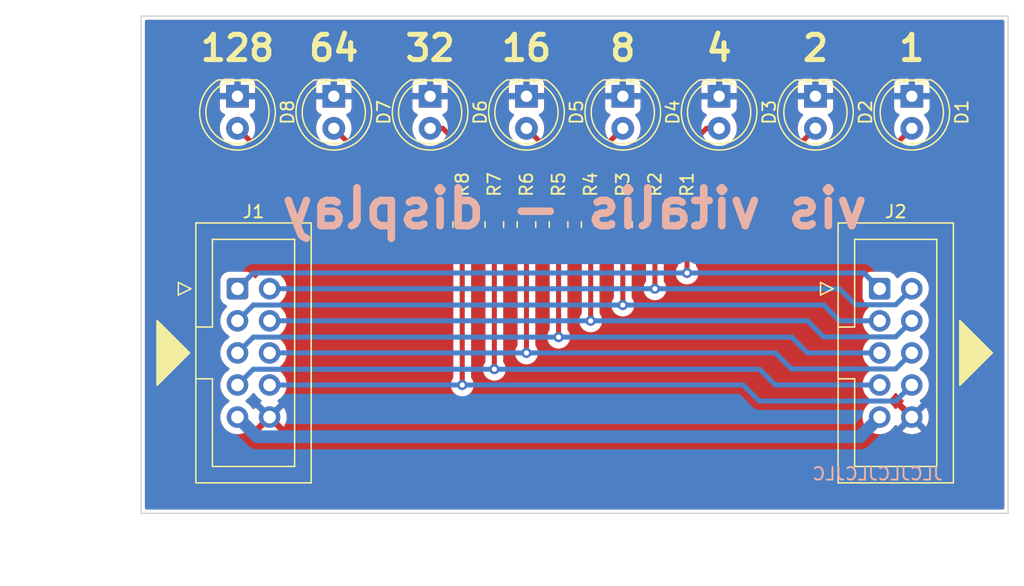
<source format=kicad_pcb>
(kicad_pcb (version 20240108) (generator "pcbnew") (generator_version "8.0")
  (layers (0 "F.Cu" signal) (31 "B.Cu" signal) (34 "B.Paste" user) (35 "F.Paste" user) (36 "B.SilkS" user "B.Silkscreen") (37 "F.SilkS" user "F.Silkscreen") (38 "B.Mask" user) (39 "F.Mask" user) (44 "Edge.Cuts" user))
  (net 0 "")
  (net 1 "Net-(D1-A)")
  (net 2 "Net-(D2-A)")
  (net 3 "Net-(D3-A)")
  (net 4 "Net-(D4-A)")
  (net 5 "VCC")
  (net 6 "GND")
  (net 7 "Net-(D5-A)")
  (net 8 "Net-(D6-A)")
  (net 9 "Net-(D7-A)")
  (net 10 "Net-(D8-A)")
  (net 11 "Net-(J1-Pin_1)")
  (net 12 "Net-(J1-Pin_2)")
  (net 13 "Net-(J1-Pin_3)")
  (net 14 "Net-(J1-Pin_4)")
  (net 15 "Net-(J1-Pin_5)")
  (net 16 "Net-(J1-Pin_6)")
  (net 17 "Net-(J1-Pin_7)")
  (net 18 "Net-(J1-Pin_8)")
  (footprint "LED_THT:LED_D5.0mm_Clear" (layer "F.Cu") (at 175.26 93.98 -90)
    (property "Reference" "D3" (at 1.27 -3.96 90) (layer "F.SilkS"))
    (property "Value" "LED")
    (fp_line (start -1.29 -1.545) (end -1.29 1.545) (stroke (width 0.12)) (layer "F.SilkS"))
    (fp_arc (start 4.26 -0.000462) (mid 2.072002 2.880433) (end -1.29 1.54483) (stroke (width 0.12)) (layer "F.SilkS"))
    (fp_arc (start -1.29 -1.54483) (mid 2.072002 -2.880433) (end 4.26 0.000462) (stroke (width 0.12)) (layer "F.SilkS"))
    (fp_circle (center 1.27 0) (end 3.77 0) (stroke (width 0.12)) (fill none) (layer "F.SilkS"))
    (pad "1" thru_hole rect (at 0 0 270) (size 1.8 1.8) (drill 0.9) (layers "*.Cu" "*.Mask") (net 6 "GND"))
    (pad "2" thru_hole circle (at 2.54 0 270) (size 1.8 1.8) (drill 0.9) (layers "*.Cu" "*.Mask") (net 3 "Net-(D3-A)"))
  )
  (footprint "Resistor_SMD:R_0805_2012Metric_Pad1.20x1.40mm_HandSolder" (layer "F.Cu") (at 167.64 104.14 90)
    (property "Reference" "R3" (at 3.175 0 90) (layer "F.SilkS"))
    (property "Value" "R")
    (fp_line (start -0.227064 -0.735) (end 0.227064 -0.735) (stroke (width 0.12)) (layer "F.SilkS"))
    (fp_line (start -0.227064 0.735) (end 0.227064 0.735) (stroke (width 0.12)) (layer "F.SilkS"))
    (pad "1" smd roundrect (at -1 0 90) (size 1.2 1.4) (layers "F.Cu" "F.Paste" "F.Mask") (roundrect_rratio 0.208333) (net 13 "Net-(J1-Pin_3)"))
    (pad "2" smd roundrect (at 1 0 90) (size 1.2 1.4) (layers "F.Cu" "F.Paste" "F.Mask") (roundrect_rratio 0.208333) (net 3 "Net-(D3-A)"))
  )
  (footprint "LED_THT:LED_D5.0mm_Clear" (layer "F.Cu") (at 152.4 93.98 -90)
    (property "Reference" "D6" (at 1.27 -3.96 90) (layer "F.SilkS"))
    (property "Value" "LED")
    (fp_line (start -1.29 -1.545) (end -1.29 1.545) (stroke (width 0.12)) (layer "F.SilkS"))
    (fp_arc (start 4.26 -0.000462) (mid 2.072002 2.880433) (end -1.29 1.54483) (stroke (width 0.12)) (layer "F.SilkS"))
    (fp_arc (start -1.29 -1.54483) (mid 2.072002 -2.880433) (end 4.26 0.000462) (stroke (width 0.12)) (layer "F.SilkS"))
    (fp_circle (center 1.27 0) (end 3.77 0) (stroke (width 0.12)) (fill none) (layer "F.SilkS"))
    (pad "1" thru_hole rect (at 0 0 270) (size 1.8 1.8) (drill 0.9) (layers "*.Cu" "*.Mask") (net 6 "GND"))
    (pad "2" thru_hole circle (at 2.54 0 270) (size 1.8 1.8) (drill 0.9) (layers "*.Cu" "*.Mask") (net 8 "Net-(D6-A)"))
  )
  (footprint "LED_THT:LED_D5.0mm_Clear" (layer "F.Cu") (at 144.78 93.98 -90)
    (property "Reference" "D7" (at 1.27 -3.96 90) (layer "F.SilkS"))
    (property "Value" "LED")
    (fp_line (start -1.29 -1.545) (end -1.29 1.545) (stroke (width 0.12)) (layer "F.SilkS"))
    (fp_arc (start 4.26 -0.000462) (mid 2.072002 2.880433) (end -1.29 1.54483) (stroke (width 0.12)) (layer "F.SilkS"))
    (fp_arc (start -1.29 -1.54483) (mid 2.072002 -2.880433) (end 4.26 0.000462) (stroke (width 0.12)) (layer "F.SilkS"))
    (fp_circle (center 1.27 0) (end 3.77 0) (stroke (width 0.12)) (fill none) (layer "F.SilkS"))
    (pad "1" thru_hole rect (at 0 0 270) (size 1.8 1.8) (drill 0.9) (layers "*.Cu" "*.Mask") (net 6 "GND"))
    (pad "2" thru_hole circle (at 2.54 0 270) (size 1.8 1.8) (drill 0.9) (layers "*.Cu" "*.Mask") (net 9 "Net-(D7-A)"))
  )
  (footprint "LED_THT:LED_D5.0mm_Clear" (layer "F.Cu") (at 167.64 93.98 -90)
    (property "Reference" "D4" (at 1.27 -3.96 90) (layer "F.SilkS"))
    (property "Value" "LED")
    (fp_line (start -1.29 -1.545) (end -1.29 1.545) (stroke (width 0.12)) (layer "F.SilkS"))
    (fp_arc (start 4.26 -0.000462) (mid 2.072002 2.880433) (end -1.29 1.54483) (stroke (width 0.12)) (layer "F.SilkS"))
    (fp_arc (start -1.29 -1.54483) (mid 2.072002 -2.880433) (end 4.26 0.000462) (stroke (width 0.12)) (layer "F.SilkS"))
    (fp_circle (center 1.27 0) (end 3.77 0) (stroke (width 0.12)) (fill none) (layer "F.SilkS"))
    (pad "1" thru_hole rect (at 0 0 270) (size 1.8 1.8) (drill 0.9) (layers "*.Cu" "*.Mask") (net 6 "GND"))
    (pad "2" thru_hole circle (at 2.54 0 270) (size 1.8 1.8) (drill 0.9) (layers "*.Cu" "*.Mask") (net 4 "Net-(D4-A)"))
  )
  (footprint "Resistor_SMD:R_0805_2012Metric_Pad1.20x1.40mm_HandSolder" (layer "F.Cu") (at 154.94 104.14 90)
    (property "Reference" "R8" (at 3.175 0 90) (layer "F.SilkS"))
    (property "Value" "R")
    (fp_line (start -0.227064 -0.735) (end 0.227064 -0.735) (stroke (width 0.12)) (layer "F.SilkS"))
    (fp_line (start -0.227064 0.735) (end 0.227064 0.735) (stroke (width 0.12)) (layer "F.SilkS"))
    (pad "1" smd roundrect (at -1 0 90) (size 1.2 1.4) (layers "F.Cu" "F.Paste" "F.Mask") (roundrect_rratio 0.208333) (net 18 "Net-(J1-Pin_8)"))
    (pad "2" smd roundrect (at 1 0 90) (size 1.2 1.4) (layers "F.Cu" "F.Paste" "F.Mask") (roundrect_rratio 0.208333) (net 10 "Net-(D8-A)"))
  )
  (footprint "Resistor_SMD:R_0805_2012Metric_Pad1.20x1.40mm_HandSolder" (layer "F.Cu") (at 170.18 104.14 90)
    (property "Reference" "R2" (at 3.175 0 90) (layer "F.SilkS"))
    (property "Value" "R")
    (fp_line (start -0.227064 -0.735) (end 0.227064 -0.735) (stroke (width 0.12)) (layer "F.SilkS"))
    (fp_line (start -0.227064 0.735) (end 0.227064 0.735) (stroke (width 0.12)) (layer "F.SilkS"))
    (pad "1" smd roundrect (at -1 0 90) (size 1.2 1.4) (layers "F.Cu" "F.Paste" "F.Mask") (roundrect_rratio 0.208333) (net 12 "Net-(J1-Pin_2)"))
    (pad "2" smd roundrect (at 1 0 90) (size 1.2 1.4) (layers "F.Cu" "F.Paste" "F.Mask") (roundrect_rratio 0.208333) (net 2 "Net-(D2-A)"))
  )
  (footprint "LED_THT:LED_D5.0mm_Clear" (layer "F.Cu") (at 160.02 93.98 -90)
    (property "Reference" "D5" (at 1.27 -3.96 90) (layer "F.SilkS"))
    (property "Value" "LED")
    (fp_line (start -1.29 -1.545) (end -1.29 1.545) (stroke (width 0.12)) (layer "F.SilkS"))
    (fp_arc (start 4.26 -0.000462) (mid 2.072002 2.880433) (end -1.29 1.54483) (stroke (width 0.12)) (layer "F.SilkS"))
    (fp_arc (start -1.29 -1.54483) (mid 2.072002 -2.880433) (end 4.26 0.000462) (stroke (width 0.12)) (layer "F.SilkS"))
    (fp_circle (center 1.27 0) (end 3.77 0) (stroke (width 0.12)) (fill none) (layer "F.SilkS"))
    (pad "1" thru_hole rect (at 0 0 270) (size 1.8 1.8) (drill 0.9) (layers "*.Cu" "*.Mask") (net 6 "GND"))
    (pad "2" thru_hole circle (at 2.54 0 270) (size 1.8 1.8) (drill 0.9) (layers "*.Cu" "*.Mask") (net 7 "Net-(D5-A)"))
  )
  (footprint "LED_THT:LED_D5.0mm_Clear" (layer "F.Cu") (at 190.5 93.98 -90)
    (property "Reference" "D1" (at 1.27 -3.96 90) (layer "F.SilkS"))
    (property "Value" "LED")
    (fp_line (start -1.29 -1.545) (end -1.29 1.545) (stroke (width 0.12)) (layer "F.SilkS"))
    (fp_arc (start 4.26 -0.000462) (mid 2.072002 2.880433) (end -1.29 1.54483) (stroke (width 0.12)) (layer "F.SilkS"))
    (fp_arc (start -1.29 -1.54483) (mid 2.072002 -2.880433) (end 4.26 0.000462) (stroke (width 0.12)) (layer "F.SilkS"))
    (fp_circle (center 1.27 0) (end 3.77 0) (stroke (width 0.12)) (fill none) (layer "F.SilkS"))
    (pad "1" thru_hole rect (at 0 0 270) (size 1.8 1.8) (drill 0.9) (layers "*.Cu" "*.Mask") (net 6 "GND"))
    (pad "2" thru_hole circle (at 2.54 0 270) (size 1.8 1.8) (drill 0.9) (layers "*.Cu" "*.Mask") (net 1 "Net-(D1-A)"))
  )
  (footprint "Resistor_SMD:R_0805_2012Metric_Pad1.20x1.40mm_HandSolder" (layer "F.Cu") (at 165.1 104.14 90)
    (property "Reference" "R4" (at 3.175 0 90) (layer "F.SilkS"))
    (property "Value" "R")
    (fp_line (start -0.227064 -0.735) (end 0.227064 -0.735) (stroke (width 0.12)) (layer "F.SilkS"))
    (fp_line (start -0.227064 0.735) (end 0.227064 0.735) (stroke (width 0.12)) (layer "F.SilkS"))
    (pad "1" smd roundrect (at -1 0 90) (size 1.2 1.4) (layers "F.Cu" "F.Paste" "F.Mask") (roundrect_rratio 0.208333) (net 14 "Net-(J1-Pin_4)"))
    (pad "2" smd roundrect (at 1 0 90) (size 1.2 1.4) (layers "F.Cu" "F.Paste" "F.Mask") (roundrect_rratio 0.208333) (net 4 "Net-(D4-A)"))
  )
  (footprint "Connector_IDC:IDC-Header_2x05_P2.54mm_Vertical" (layer "F.Cu") (at 137.16 109.22)
    (property "Reference" "J1" (at 1.27 -6.1 0) (layer "F.SilkS"))
    (property "Value" "BHR-10-VUA" (hide yes))
    (fp_line (start -4.68 -0.5) (end -4.68 0.5) (stroke (width 0.12)) (layer "F.SilkS"))
    (fp_line (start -4.68 0.5) (end -3.68 0) (stroke (width 0.12)) (layer "F.SilkS"))
    (fp_line (start -3.68 0) (end -4.68 -0.5) (stroke (width 0.12)) (layer "F.SilkS"))
    (fp_line (start -3.29 -5.21) (end 5.83 -5.21) (stroke (width 0.12)) (layer "F.SilkS"))
    (fp_line (start -3.29 3.03) (end -1.98 3.03) (stroke (width 0.12)) (layer "F.SilkS"))
    (fp_line (start -3.29 15.37) (end -3.29 -5.21) (stroke (width 0.12)) (layer "F.SilkS"))
    (fp_line (start -1.98 -3.91) (end 4.52 -3.91) (stroke (width 0.12)) (layer "F.SilkS"))
    (fp_line (start -1.98 3.03) (end -1.98 -3.91) (stroke (width 0.12)) (layer "F.SilkS"))
    (fp_line (start -1.98 7.13) (end -3.29 7.13) (stroke (width 0.12)) (layer "F.SilkS"))
    (fp_line (start -1.98 7.13) (end -1.98 7.13) (stroke (width 0.12)) (layer "F.SilkS"))
    (fp_line (start -1.98 14.07) (end -1.98 7.13) (stroke (width 0.12)) (layer "F.SilkS"))
    (fp_line (start 4.52 -3.91) (end 4.52 14.07) (stroke (width 0.12)) (layer "F.SilkS"))
    (fp_line (start 4.52 14.07) (end -1.98 14.07) (stroke (width 0.12)) (layer "F.SilkS"))
    (fp_line (start 5.83 -5.21) (end 5.83 15.37) (stroke (width 0.12)) (layer "F.SilkS"))
    (fp_line (start 5.83 15.37) (end -3.29 15.37) (stroke (width 0.12)) (layer "F.SilkS"))
    (pad "1" thru_hole roundrect (at 0 0) (size 1.7 1.7) (drill 1) (layers "*.Cu" "*.Mask") (roundrect_rratio 0.147059) (net 11 "Net-(J1-Pin_1)"))
    (pad "2" thru_hole circle (at 2.54 0) (size 1.7 1.7) (drill 1) (layers "*.Cu" "*.Mask") (net 12 "Net-(J1-Pin_2)"))
    (pad "3" thru_hole circle (at 0 2.54) (size 1.7 1.7) (drill 1) (layers "*.Cu" "*.Mask") (net 13 "Net-(J1-Pin_3)"))
    (pad "4" thru_hole circle (at 2.54 2.54) (size 1.7 1.7) (drill 1) (layers "*.Cu" "*.Mask") (net 14 "Net-(J1-Pin_4)"))
    (pad "5" thru_hole circle (at 0 5.08) (size 1.7 1.7) (drill 1) (layers "*.Cu" "*.Mask") (net 15 "Net-(J1-Pin_5)"))
    (pad "6" thru_hole circle (at 2.54 5.08) (size 1.7 1.7) (drill 1) (layers "*.Cu" "*.Mask") (net 16 "Net-(J1-Pin_6)"))
    (pad "7" thru_hole circle (at 0 7.62) (size 1.7 1.7) (drill 1) (layers "*.Cu" "*.Mask") (net 17 "Net-(J1-Pin_7)"))
    (pad "8" thru_hole circle (at 2.54 7.62) (size 1.7 1.7) (drill 1) (layers "*.Cu" "*.Mask") (net 18 "Net-(J1-Pin_8)"))
    (pad "9" thru_hole circle (at 0 10.16) (size 1.7 1.7) (drill 1) (layers "*.Cu" "*.Mask") (net 5 "VCC"))
    (pad "10" thru_hole circle (at 2.54 10.16) (size 1.7 1.7) (drill 1) (layers "*.Cu" "*.Mask") (net 6 "GND"))
  )
  (footprint "Resistor_SMD:R_0805_2012Metric_Pad1.20x1.40mm_HandSolder" (layer "F.Cu") (at 157.48 104.14 90)
    (property "Reference" "R7" (at 3.175 0 90) (layer "F.SilkS"))
    (property "Value" "R")
    (fp_line (start -0.227064 -0.735) (end 0.227064 -0.735) (stroke (width 0.12)) (layer "F.SilkS"))
    (fp_line (start -0.227064 0.735) (end 0.227064 0.735) (stroke (width 0.12)) (layer "F.SilkS"))
    (pad "1" smd roundrect (at -1 0 90) (size 1.2 1.4) (layers "F.Cu" "F.Paste" "F.Mask") (roundrect_rratio 0.208333) (net 17 "Net-(J1-Pin_7)"))
    (pad "2" smd roundrect (at 1 0 90) (size 1.2 1.4) (layers "F.Cu" "F.Paste" "F.Mask") (roundrect_rratio 0.208333) (net 9 "Net-(D7-A)"))
  )
  (footprint "LED_THT:LED_D5.0mm_Clear" (layer "F.Cu") (at 182.88 93.98 -90)
    (property "Reference" "D2" (at 1.27 -3.96 90) (layer "F.SilkS"))
    (property "Value" "LED")
    (fp_line (start -1.29 -1.545) (end -1.29 1.545) (stroke (width 0.12)) (layer "F.SilkS"))
    (fp_arc (start 4.26 -0.000462) (mid 2.072002 2.880433) (end -1.29 1.54483) (stroke (width 0.12)) (layer "F.SilkS"))
    (fp_arc (start -1.29 -1.54483) (mid 2.072002 -2.880433) (end 4.26 0.000462) (stroke (width 0.12)) (layer "F.SilkS"))
    (fp_circle (center 1.27 0) (end 3.77 0) (stroke (width 0.12)) (fill none) (layer "F.SilkS"))
    (pad "1" thru_hole rect (at 0 0 270) (size 1.8 1.8) (drill 0.9) (layers "*.Cu" "*.Mask") (net 6 "GND"))
    (pad "2" thru_hole circle (at 2.54 0 270) (size 1.8 1.8) (drill 0.9) (layers "*.Cu" "*.Mask") (net 2 "Net-(D2-A)"))
  )
  (footprint "Resistor_SMD:R_0805_2012Metric_Pad1.20x1.40mm_HandSolder" (layer "F.Cu") (at 172.72 104.14 90)
    (property "Reference" "R1" (at 3.175 0 90) (layer "F.SilkS"))
    (property "Value" "R")
    (fp_line (start -0.227064 -0.735) (end 0.227064 -0.735) (stroke (width 0.12)) (layer "F.SilkS"))
    (fp_line (start -0.227064 0.735) (end 0.227064 0.735) (stroke (width 0.12)) (layer "F.SilkS"))
    (pad "1" smd roundrect (at -1 0 90) (size 1.2 1.4) (layers "F.Cu" "F.Paste" "F.Mask") (roundrect_rratio 0.208333) (net 11 "Net-(J1-Pin_1)"))
    (pad "2" smd roundrect (at 1 0 90) (size 1.2 1.4) (layers "F.Cu" "F.Paste" "F.Mask") (roundrect_rratio 0.208333) (net 1 "Net-(D1-A)"))
  )
  (footprint "LED_THT:LED_D5.0mm_Clear" (layer "F.Cu") (at 137.16 93.98 -90)
    (property "Reference" "D8" (at 1.27 -3.96 90) (layer "F.SilkS"))
    (property "Value" "LED")
    (fp_line (start -1.29 -1.545) (end -1.29 1.545) (stroke (width 0.12)) (layer "F.SilkS"))
    (fp_arc (start 4.26 -0.000462) (mid 2.072002 2.880433) (end -1.29 1.54483) (stroke (width 0.12)) (layer "F.SilkS"))
    (fp_arc (start -1.29 -1.54483) (mid 2.072002 -2.880433) (end 4.26 0.000462) (stroke (width 0.12)) (layer "F.SilkS"))
    (fp_circle (center 1.27 0) (end 3.77 0) (stroke (width 0.12)) (fill none) (layer "F.SilkS"))
    (pad "1" thru_hole rect (at 0 0 270) (size 1.8 1.8) (drill 0.9) (layers "*.Cu" "*.Mask") (net 6 "GND"))
    (pad "2" thru_hole circle (at 2.54 0 270) (size 1.8 1.8) (drill 0.9) (layers "*.Cu" "*.Mask") (net 10 "Net-(D8-A)"))
  )
  (footprint "Resistor_SMD:R_0805_2012Metric_Pad1.20x1.40mm_HandSolder" (layer "F.Cu") (at 160.02 104.14 90)
    (property "Reference" "R6" (at 3.175 0 90) (layer "F.SilkS"))
    (property "Value" "R")
    (fp_line (start -0.227064 -0.735) (end 0.227064 -0.735) (stroke (width 0.12)) (layer "F.SilkS"))
    (fp_line (start -0.227064 0.735) (end 0.227064 0.735) (stroke (width 0.12)) (layer "F.SilkS"))
    (pad "1" smd roundrect (at -1 0 90) (size 1.2 1.4) (layers "F.Cu" "F.Paste" "F.Mask") (roundrect_rratio 0.208333) (net 16 "Net-(J1-Pin_6)"))
    (pad "2" smd roundrect (at 1 0 90) (size 1.2 1.4) (layers "F.Cu" "F.Paste" "F.Mask") (roundrect_rratio 0.208333) (net 8 "Net-(D6-A)"))
  )
  (footprint "Resistor_SMD:R_0805_2012Metric_Pad1.20x1.40mm_HandSolder" (layer "F.Cu") (at 162.56 104.14 90)
    (property "Reference" "R5" (at 3.175 0 90) (layer "F.SilkS"))
    (property "Value" "R")
    (fp_line (start -0.227064 -0.735) (end 0.227064 -0.735) (stroke (width 0.12)) (layer "F.SilkS"))
    (fp_line (start -0.227064 0.735) (end 0.227064 0.735) (stroke (width 0.12)) (layer "F.SilkS"))
    (pad "1" smd roundrect (at -1 0 90) (size 1.2 1.4) (layers "F.Cu" "F.Paste" "F.Mask") (roundrect_rratio 0.208333) (net 15 "Net-(J1-Pin_5)"))
    (pad "2" smd roundrect (at 1 0 90) (size 1.2 1.4) (layers "F.Cu" "F.Paste" "F.Mask") (roundrect_rratio 0.208333) (net 7 "Net-(D5-A)"))
  )
  (footprint "Connector_IDC:IDC-Header_2x05_P2.54mm_Vertical" (layer "F.Cu") (at 187.96 109.22)
    (property "Reference" "J2" (at 1.27 -6.1 0) (layer "F.SilkS"))
    (property "Value" "BHR-10-VUA")
    (fp_line (start -4.68 -0.5) (end -4.68 0.5) (stroke (width 0.12)) (layer "F.SilkS"))
    (fp_line (start -4.68 0.5) (end -3.68 0) (stroke (width 0.12)) (layer "F.SilkS"))
    (fp_line (start -3.68 0) (end -4.68 -0.5) (stroke (width 0.12)) (layer "F.SilkS"))
    (fp_line (start -3.29 -5.21) (end 5.83 -5.21) (stroke (width 0.12)) (layer "F.SilkS"))
    (fp_line (start -3.29 3.03) (end -1.98 3.03) (stroke (width 0.12)) (layer "F.SilkS"))
    (fp_line (start -3.29 15.37) (end -3.29 -5.21) (stroke (width 0.12)) (layer "F.SilkS"))
    (fp_line (start -1.98 -3.91) (end 4.52 -3.91) (stroke (width 0.12)) (layer "F.SilkS"))
    (fp_line (start -1.98 3.03) (end -1.98 -3.91) (stroke (width 0.12)) (layer "F.SilkS"))
    (fp_line (start -1.98 7.13) (end -3.29 7.13) (stroke (width 0.12)) (layer "F.SilkS"))
    (fp_line (start -1.98 7.13) (end -1.98 7.13) (stroke (width 0.12)) (layer "F.SilkS"))
    (fp_line (start -1.98 14.07) (end -1.98 7.13) (stroke (width 0.12)) (layer "F.SilkS"))
    (fp_line (start 4.52 -3.91) (end 4.52 14.07) (stroke (width 0.12)) (layer "F.SilkS"))
    (fp_line (start 4.52 14.07) (end -1.98 14.07) (stroke (width 0.12)) (layer "F.SilkS"))
    (fp_line (start 5.83 -5.21) (end 5.83 15.37) (stroke (width 0.12)) (layer "F.SilkS"))
    (fp_line (start 5.83 15.37) (end -3.29 15.37) (stroke (width 0.12)) (layer "F.SilkS"))
    (pad "1" thru_hole roundrect (at 0 0) (size 1.7 1.7) (drill 1) (layers "*.Cu" "*.Mask") (roundrect_rratio 0.147059) (net 11 "Net-(J1-Pin_1)"))
    (pad "2" thru_hole circle (at 2.54 0) (size 1.7 1.7) (drill 1) (layers "*.Cu" "*.Mask") (net 12 "Net-(J1-Pin_2)"))
    (pad "3" thru_hole circle (at 0 2.54) (size 1.7 1.7) (drill 1) (layers "*.Cu" "*.Mask") (net 13 "Net-(J1-Pin_3)"))
    (pad "4" thru_hole circle (at 2.54 2.54) (size 1.7 1.7) (drill 1) (layers "*.Cu" "*.Mask") (net 14 "Net-(J1-Pin_4)"))
    (pad "5" thru_hole circle (at 0 5.08) (size 1.7 1.7) (drill 1) (layers "*.Cu" "*.Mask") (net 15 "Net-(J1-Pin_5)"))
    (pad "6" thru_hole circle (at 2.54 5.08) (size 1.7 1.7) (drill 1) (layers "*.Cu" "*.Mask") (net 16 "Net-(J1-Pin_6)"))
    (pad "7" thru_hole circle (at 0 7.62) (size 1.7 1.7) (drill 1) (layers "*.Cu" "*.Mask") (net 17 "Net-(J1-Pin_7)"))
    (pad "8" thru_hole circle (at 2.54 7.62) (size 1.7 1.7) (drill 1) (layers "*.Cu" "*.Mask") (net 18 "Net-(J1-Pin_8)"))
    (pad "9" thru_hole circle (at 0 10.16) (size 1.7 1.7) (drill 1) (layers "*.Cu" "*.Mask") (net 5 "VCC"))
    (pad "10" thru_hole circle (at 2.54 10.16) (size 1.7 1.7) (drill 1) (layers "*.Cu" "*.Mask") (net 6 "GND"))
  )
  (gr_poly (pts (xy 133.35 114.3) (xy 130.81 111.76) (xy 130.81 116.84)) (stroke (width 0.15)) (fill solid) (layer "F.SilkS"))
  (gr_poly (pts (xy 196.85 114.3) (xy 194.31 111.76) (xy 194.31 116.84)) (stroke (width 0.15)) (fill solid) (layer "F.SilkS"))
  (gr_line (start 198.12 127) (end 129.54 127) (stroke (width 0.1)) (layer "Edge.Cuts"))
  (gr_line (start 129.54 87.63) (end 198.12 87.63) (stroke (width 0.1)) (layer "Edge.Cuts"))
  (gr_line (start 129.54 127) (end 129.54 87.63) (stroke (width 0.1)) (layer "Edge.Cuts"))
  (gr_line (start 198.12 87.63) (end 198.12 127) (stroke (width 0.1)) (layer "Edge.Cuts"))
  (gr_text "vis vitalis - display" (at 163.83 102.87 0) (layer "B.SilkS") (effects (font (size 3 3) (thickness 0.6) (bold yes)) (justify mirror)))
  (gr_text "JLCJLCJLCJLC" (at 193.04 124.46 0) (layer "B.SilkS") (effects (font (size 1 1)) (justify left bottom mirror)))
  (gr_text "8" (at 167.64 90.17 0) (layer "F.SilkS") (effects (font (size 2 2) (thickness 0.4) (bold yes))))
  (gr_text "16" (at 160.02 90.17 0) (layer "F.SilkS") (effects (font (size 2 2) (thickness 0.4) (bold yes))))
  (gr_text "128" (at 137.16 90.17 0) (layer "F.SilkS") (effects (font (size 2 2) (thickness 0.4) (bold yes))))
  (gr_text "1" (at 190.5 90.17 0) (layer "F.SilkS") (effects (font (size 2 2) (thickness 0.4) (bold yes))))
  (gr_text "64" (at 144.78 90.17 0) (layer "F.SilkS") (effects (font (size 2 2) (thickness 0.4) (bold yes))))
  (gr_text "4" (at 175.26 90.17 0) (layer "F.SilkS") (effects (font (size 2 2) (thickness 0.4) (bold yes))))
  (gr_text "32" (at 152.4 90.17 0) (layer "F.SilkS") (effects (font (size 2 2) (thickness 0.4) (bold yes))))
  (gr_text "2" (at 182.88 90.17 0) (layer "F.SilkS") (effects (font (size 2 2) (thickness 0.4) (bold yes))))
  (segment (start 172.72 103.14) (end 172.72 102.87) (width 0.4) (layer "F.Cu") (net 1))
  (segment (start 172.72 102.87) (end 175.26 100.33) (width 0.4) (layer "F.Cu") (net 1))
  (segment (start 175.26 100.33) (end 186.69 100.33) (width 0.4) (layer "F.Cu") (net 1))
  (segment (start 186.69 100.33) (end 190.5 96.52) (width 0.4) (layer "F.Cu") (net 1))
  (segment (start 173.99 99.06) (end 180.34 99.06) (width 0.4) (layer "F.Cu") (net 2))
  (segment (start 170.18 102.87) (end 173.99 99.06) (width 0.4) (layer "F.Cu") (net 2))
  (segment (start 180.34 99.06) (end 182.88 96.52) (width 0.4) (layer "F.Cu") (net 2))
  (segment (start 170.18 103.14) (end 170.18 102.87) (width 0.4) (layer "F.Cu") (net 2))
  (segment (start 174.26 96.52) (end 175.26 96.52) (width 0.4) (layer "F.Cu") (net 3))
  (segment (start 167.64 103.14) (end 174.26 96.52) (width 0.4) (layer "F.Cu") (net 3))
  (segment (start 165.1 99.06) (end 167.64 96.52) (width 0.4) (layer "F.Cu") (net 4))
  (segment (start 165.1 103.14) (end 165.1 99.06) (width 0.4) (layer "F.Cu") (net 4))
  (segment (start 138.71 120.93) (end 186.41 120.93) (width 1) (layer "B.Cu") (net 5))
  (segment (start 186.41 120.93) (end 187.96 119.38) (width 1) (layer "B.Cu") (net 5))
  (segment (start 137.16 119.38) (end 138.71 120.93) (width 1) (layer "B.Cu") (net 5))
  (segment (start 162.56 99.06) (end 160.02 96.52) (width 0.4) (layer "F.Cu") (net 7))
  (segment (start 162.56 103.14) (end 162.56 99.06) (width 0.4) (layer "F.Cu") (net 7))
  (segment (start 160.02 103.14) (end 153.4 96.52) (width 0.4) (layer "F.Cu") (net 8))
  (segment (start 153.4 96.52) (end 152.4 96.52) (width 0.4) (layer "F.Cu") (net 8))
  (segment (start 147.32 99.06) (end 144.78 96.52) (width 0.4) (layer "F.Cu") (net 9))
  (segment (start 153.4 99.06) (end 147.32 99.06) (width 0.4) (layer "F.Cu") (net 9))
  (segment (start 157.48 103.14) (end 153.4 99.06) (width 0.4) (layer "F.Cu") (net 9))
  (segment (start 152.4 100.33) (end 140.97 100.33) (width 0.4) (layer "F.Cu") (net 10))
  (segment (start 140.97 100.33) (end 137.16 96.52) (width 0.4) (layer "F.Cu") (net 10))
  (segment (start 154.94 103.14) (end 154.94 102.87) (width 0.4) (layer "F.Cu") (net 10))
  (segment (start 154.94 102.87) (end 152.4 100.33) (width 0.4) (layer "F.Cu") (net 10))
  (segment (start 172.72 105.14) (end 172.72 107.97) (width 0.4) (layer "F.Cu") (net 11))
  (via (at 172.72 107.97) (size 0.8) (drill 0.4) (layers "F.Cu" "B.Cu") (net 11))
  (segment (start 186.71 107.97) (end 187.96 109.22) (width 0.4) (layer "B.Cu") (net 11))
  (segment (start 172.72 107.97) (end 186.71 107.97) (width 0.4) (layer "B.Cu") (net 11))
  (segment (start 138.41 107.97) (end 172.72 107.97) (width 0.4) (layer "B.Cu") (net 11))
  (segment (start 137.16 109.22) (end 138.41 107.97) (width 0.4) (layer "B.Cu") (net 11))
  (segment (start 170.18 105.14) (end 170.18 109.22) (width 0.4) (layer "F.Cu") (net 12))
  (via (at 170.18 109.22) (size 0.8) (drill 0.4) (layers "F.Cu" "B.Cu") (net 12))
  (segment (start 184.785 109.22) (end 186.055 110.49) (width 0.4) (layer "B.Cu") (net 12))
  (segment (start 186.055 110.49) (end 189.23 110.49) (width 0.4) (layer "B.Cu") (net 12))
  (segment (start 170.18 109.22) (end 184.785 109.22) (width 0.4) (layer "B.Cu") (net 12))
  (segment (start 139.7 109.22) (end 170.18 109.22) (width 0.4) (layer "B.Cu") (net 12))
  (segment (start 189.23 110.49) (end 190.5 109.22) (width 0.4) (layer "B.Cu") (net 12))
  (segment (start 167.64 105.14) (end 167.64 110.51) (width 0.4) (layer "F.Cu") (net 13))
  (via (at 167.64 110.51) (size 0.8) (drill 0.4) (layers "F.Cu" "B.Cu") (net 13))
  (segment (start 137.16 111.76) (end 138.41 110.51) (width 0.4) (layer "B.Cu") (net 13))
  (segment (start 184.785 111.76) (end 187.96 111.76) (width 0.4) (layer "B.Cu") (net 13))
  (segment (start 183.535 110.51) (end 184.785 111.76) (width 0.4) (layer "B.Cu") (net 13))
  (segment (start 167.64 110.51) (end 183.535 110.51) (width 0.4) (layer "B.Cu") (net 13))
  (segment (start 138.41 110.51) (end 167.64 110.51) (width 0.4) (layer "B.Cu") (net 13))
  (segment (start 165.1 105.14) (end 165.1 111.76) (width 0.4) (layer "F.Cu") (net 14))
  (via (at 165.1 111.76) (size 0.8) (drill 0.4) (layers "F.Cu" "B.Cu") (net 14))
  (segment (start 182.245 111.76) (end 183.515 113.03) (width 0.4) (layer "B.Cu") (net 14))
  (segment (start 165.1 111.76) (end 182.245 111.76) (width 0.4) (layer "B.Cu") (net 14))
  (segment (start 139.7 111.76) (end 165.1 111.76) (width 0.4) (layer "B.Cu") (net 14))
  (segment (start 189.23 113.03) (end 190.5 111.76) (width 0.4) (layer "B.Cu") (net 14))
  (segment (start 183.515 113.03) (end 189.23 113.03) (width 0.4) (layer "B.Cu") (net 14))
  (segment (start 162.56 105.14) (end 162.56 113.05) (width 0.4) (layer "F.Cu") (net 15))
  (via (at 162.56 113.05) (size 0.8) (drill 0.4) (layers "F.Cu" "B.Cu") (net 15))
  (segment (start 137.16 114.3) (end 138.41 113.05) (width 0.4) (layer "B.Cu") (net 15))
  (segment (start 162.56 113.05) (end 180.995 113.05) (width 0.4) (layer "B.Cu") (net 15))
  (segment (start 138.41 113.05) (end 162.56 113.05) (width 0.4) (layer "B.Cu") (net 15))
  (segment (start 180.995 113.05) (end 182.245 114.3) (width 0.4) (layer "B.Cu") (net 15))
  (segment (start 182.245 114.3) (end 187.96 114.3) (width 0.4) (layer "B.Cu") (net 15))
  (segment (start 160.02 105.14) (end 160.02 114.3) (width 0.4) (layer "F.Cu") (net 16))
  (via (at 160.02 114.3) (size 0.8) (drill 0.4) (layers "F.Cu" "B.Cu") (net 16))
  (segment (start 189.23 115.57) (end 190.5 114.3) (width 0.4) (layer "B.Cu") (net 16))
  (segment (start 179.705 114.3) (end 180.975 115.57) (width 0.4) (layer "B.Cu") (net 16))
  (segment (start 180.975 115.57) (end 189.23 115.57) (width 0.4) (layer "B.Cu") (net 16))
  (segment (start 139.7 114.3) (end 160.02 114.3) (width 0.4) (layer "B.Cu") (net 16))
  (segment (start 160.02 114.3) (end 179.705 114.3) (width 0.4) (layer "B.Cu") (net 16))
  (segment (start 157.48 105.14) (end 157.48 115.59) (width 0.4) (layer "F.Cu") (net 17))
  (via (at 157.48 115.59) (size 0.8) (drill 0.4) (layers "F.Cu" "B.Cu") (net 17))
  (segment (start 137.16 116.84) (end 138.41 115.59) (width 0.4) (layer "B.Cu") (net 17))
  (segment (start 157.48 115.59) (end 178.455 115.59) (width 0.4) (layer "B.Cu") (net 17))
  (segment (start 178.455 115.59) (end 179.705 116.84) (width 0.4) (layer "B.Cu") (net 17))
  (segment (start 179.705 116.84) (end 187.96 116.84) (width 0.4) (layer "B.Cu") (net 17))
  (segment (start 138.41 115.59) (end 157.48 115.59) (width 0.4) (layer "B.Cu") (net 17))
  (segment (start 154.94 105.14) (end 154.94 116.84) (width 0.4) (layer "F.Cu") (net 18))
  (via (at 154.94 116.84) (size 0.8) (drill 0.4) (layers "F.Cu" "B.Cu") (net 18))
  (segment (start 178.435 118.11) (end 189.23 118.11) (width 0.4) (layer "B.Cu") (net 18))
  (segment (start 189.23 118.11) (end 190.5 116.84) (width 0.4) (layer "B.Cu") (net 18))
  (segment (start 154.94 116.84) (end 177.165 116.84) (width 0.4) (layer "B.Cu") (net 18))
  (segment (start 139.7 116.84) (end 154.94 116.84) (width 0.4) (layer "B.Cu") (net 18))
  (segment (start 177.165 116.84) (end 178.435 118.11) (width 0.4) (layer "B.Cu") (net 18))
  (zone (net 6) (net_name "GND") (layer "F.Cu") (connect_pads (clearance 0.5)) (min_thickness 0.25) (fill yes (thermal_gap 0.5) (thermal_bridge_width 0.5))
    (polygon (pts (xy 128.27 86.36) (xy 199.39 86.36) (xy 199.39 128.27) (xy 128.27 128.27)))
  )
  (zone (net 6) (net_name "GND") (layer "B.Cu") (priority 1) (connect_pads (clearance 0.5)) (min_thickness 0.25) (fill yes (thermal_gap 0.5) (thermal_bridge_width 0.5))
    (polygon (pts (xy 128.27 86.36) (xy 199.39 86.36) (xy 199.39 128.27) (xy 128.27 128.27)))
  )
)
</source>
